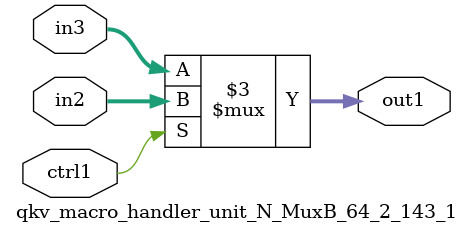
<source format=v>

`timescale 1ps / 1ps


module qkv_macro_handler_unit_N_MuxB_64_2_143_1( in3, in2, ctrl1, out1 );

    input [63:0] in3;
    input [63:0] in2;
    input ctrl1;
    output [63:0] out1;
    reg [63:0] out1;

    
    // rtl_process:qkv_macro_handler_unit_N_MuxB_64_2_143_1/qkv_macro_handler_unit_N_MuxB_64_2_143_1_thread_1
    always @*
      begin : qkv_macro_handler_unit_N_MuxB_64_2_143_1_thread_1
        case (ctrl1) 
          1'b1: 
            begin
              out1 = in2;
            end
          default: 
            begin
              out1 = in3;
            end
        endcase
      end

endmodule


</source>
